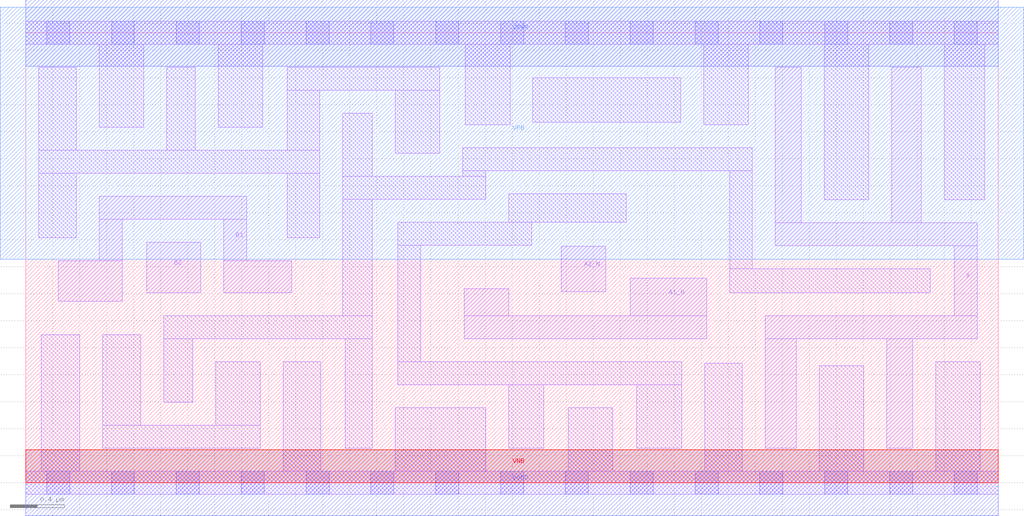
<source format=lef>
# Copyright 2020 The SkyWater PDK Authors
#
# Licensed under the Apache License, Version 2.0 (the "License");
# you may not use this file except in compliance with the License.
# You may obtain a copy of the License at
#
#     https://www.apache.org/licenses/LICENSE-2.0
#
# Unless required by applicable law or agreed to in writing, software
# distributed under the License is distributed on an "AS IS" BASIS,
# WITHOUT WARRANTIES OR CONDITIONS OF ANY KIND, either express or implied.
# See the License for the specific language governing permissions and
# limitations under the License.
#
# SPDX-License-Identifier: Apache-2.0

VERSION 5.7 ;
  NOWIREEXTENSIONATPIN ON ;
  DIVIDERCHAR "/" ;
  BUSBITCHARS "[]" ;
MACRO sky130_fd_sc_lp__a2bb2o_4
  CLASS CORE ;
  FOREIGN sky130_fd_sc_lp__a2bb2o_4 ;
  ORIGIN  0.000000  0.000000 ;
  SIZE  7.200000 BY  3.330000 ;
  SYMMETRY X Y R90 ;
  SITE unit ;
  PIN A1_N
    ANTENNAGATEAREA  0.630000 ;
    DIRECTION INPUT ;
    USE SIGNAL ;
    PORT
      LAYER li1 ;
        RECT 3.245000 1.065000 5.040000 1.235000 ;
        RECT 3.245000 1.235000 3.575000 1.435000 ;
        RECT 4.475000 1.235000 5.040000 1.515000 ;
    END
  END A1_N
  PIN A2_N
    ANTENNAGATEAREA  0.630000 ;
    DIRECTION INPUT ;
    USE SIGNAL ;
    PORT
      LAYER li1 ;
        RECT 3.965000 1.415000 4.295000 1.750000 ;
    END
  END A2_N
  PIN B1
    ANTENNAGATEAREA  0.630000 ;
    DIRECTION INPUT ;
    USE SIGNAL ;
    PORT
      LAYER li1 ;
        RECT 0.240000 1.345000 0.715000 1.645000 ;
        RECT 0.545000 1.645000 0.715000 1.950000 ;
        RECT 0.545000 1.950000 1.635000 2.120000 ;
        RECT 1.465000 1.405000 1.970000 1.645000 ;
        RECT 1.465000 1.645000 1.635000 1.950000 ;
    END
  END B1
  PIN B2
    ANTENNAGATEAREA  0.630000 ;
    DIRECTION INPUT ;
    USE SIGNAL ;
    PORT
      LAYER li1 ;
        RECT 0.895000 1.405000 1.295000 1.780000 ;
    END
  END B2
  PIN X
    ANTENNADIFFAREA  1.188600 ;
    DIRECTION OUTPUT ;
    USE SIGNAL ;
    PORT
      LAYER li1 ;
        RECT 5.475000 0.255000 5.705000 1.065000 ;
        RECT 5.475000 1.065000 7.045000 1.235000 ;
        RECT 5.550000 1.755000 7.045000 1.925000 ;
        RECT 5.550000 1.925000 5.740000 3.075000 ;
        RECT 6.375000 0.255000 6.565000 1.065000 ;
        RECT 6.410000 1.925000 6.630000 3.075000 ;
        RECT 6.875000 1.235000 7.045000 1.755000 ;
    END
  END X
  PIN VGND
    DIRECTION INOUT ;
    USE GROUND ;
    PORT
      LAYER met1 ;
        RECT 0.000000 -0.245000 7.200000 0.245000 ;
    END
  END VGND
  PIN VNB
    DIRECTION INOUT ;
    USE GROUND ;
    PORT
      LAYER pwell ;
        RECT 0.000000 0.000000 7.200000 0.245000 ;
    END
  END VNB
  PIN VPB
    DIRECTION INOUT ;
    USE POWER ;
    PORT
      LAYER nwell ;
        RECT -0.190000 1.655000 7.390000 3.520000 ;
    END
  END VPB
  PIN VPWR
    DIRECTION INOUT ;
    USE POWER ;
    PORT
      LAYER met1 ;
        RECT 0.000000 3.085000 7.200000 3.575000 ;
    END
  END VPWR
  OBS
    LAYER li1 ;
      RECT 0.000000 -0.085000 7.200000 0.085000 ;
      RECT 0.000000  3.245000 7.200000 3.415000 ;
      RECT 0.095000  1.815000 0.375000 2.290000 ;
      RECT 0.095000  2.290000 2.175000 2.460000 ;
      RECT 0.095000  2.460000 0.375000 3.075000 ;
      RECT 0.115000  0.085000 0.400000 1.095000 ;
      RECT 0.545000  2.630000 0.875000 3.245000 ;
      RECT 0.570000  0.255000 1.735000 0.425000 ;
      RECT 0.570000  0.425000 0.850000 1.095000 ;
      RECT 1.020000  0.595000 1.235000 1.065000 ;
      RECT 1.020000  1.065000 2.565000 1.235000 ;
      RECT 1.045000  2.460000 1.255000 3.075000 ;
      RECT 1.405000  0.425000 1.735000 0.895000 ;
      RECT 1.425000  2.630000 1.755000 3.245000 ;
      RECT 1.905000  0.085000 2.185000 0.895000 ;
      RECT 1.935000  1.815000 2.175000 2.290000 ;
      RECT 1.935000  2.460000 2.175000 2.905000 ;
      RECT 1.935000  2.905000 3.065000 3.075000 ;
      RECT 2.345000  1.235000 2.565000 2.100000 ;
      RECT 2.345000  2.100000 3.405000 2.270000 ;
      RECT 2.345000  2.270000 2.565000 2.735000 ;
      RECT 2.365000  0.255000 2.565000 1.065000 ;
      RECT 2.735000  0.085000 3.405000 0.555000 ;
      RECT 2.735000  2.440000 3.065000 2.905000 ;
      RECT 2.755000  0.725000 4.855000 0.895000 ;
      RECT 2.755000  0.895000 2.925000 1.760000 ;
      RECT 2.755000  1.760000 3.745000 1.930000 ;
      RECT 3.235000  2.270000 3.405000 2.310000 ;
      RECT 3.235000  2.310000 5.380000 2.480000 ;
      RECT 3.255000  2.650000 3.585000 3.245000 ;
      RECT 3.575000  0.255000 3.835000 0.725000 ;
      RECT 3.575000  1.930000 4.445000 2.140000 ;
      RECT 3.755000  2.670000 4.850000 3.000000 ;
      RECT 4.015000  0.085000 4.345000 0.555000 ;
      RECT 4.525000  0.255000 4.855000 0.725000 ;
      RECT 5.020000  2.650000 5.350000 3.245000 ;
      RECT 5.025000  0.085000 5.305000 0.885000 ;
      RECT 5.210000  1.405000 6.695000 1.585000 ;
      RECT 5.210000  1.585000 5.380000 2.310000 ;
      RECT 5.875000  0.085000 6.205000 0.865000 ;
      RECT 5.910000  2.095000 6.240000 3.245000 ;
      RECT 6.735000  0.085000 7.065000 0.895000 ;
      RECT 6.800000  2.095000 7.100000 3.245000 ;
    LAYER mcon ;
      RECT 0.155000 -0.085000 0.325000 0.085000 ;
      RECT 0.155000  3.245000 0.325000 3.415000 ;
      RECT 0.635000 -0.085000 0.805000 0.085000 ;
      RECT 0.635000  3.245000 0.805000 3.415000 ;
      RECT 1.115000 -0.085000 1.285000 0.085000 ;
      RECT 1.115000  3.245000 1.285000 3.415000 ;
      RECT 1.595000 -0.085000 1.765000 0.085000 ;
      RECT 1.595000  3.245000 1.765000 3.415000 ;
      RECT 2.075000 -0.085000 2.245000 0.085000 ;
      RECT 2.075000  3.245000 2.245000 3.415000 ;
      RECT 2.555000 -0.085000 2.725000 0.085000 ;
      RECT 2.555000  3.245000 2.725000 3.415000 ;
      RECT 3.035000 -0.085000 3.205000 0.085000 ;
      RECT 3.035000  3.245000 3.205000 3.415000 ;
      RECT 3.515000 -0.085000 3.685000 0.085000 ;
      RECT 3.515000  3.245000 3.685000 3.415000 ;
      RECT 3.995000 -0.085000 4.165000 0.085000 ;
      RECT 3.995000  3.245000 4.165000 3.415000 ;
      RECT 4.475000 -0.085000 4.645000 0.085000 ;
      RECT 4.475000  3.245000 4.645000 3.415000 ;
      RECT 4.955000 -0.085000 5.125000 0.085000 ;
      RECT 4.955000  3.245000 5.125000 3.415000 ;
      RECT 5.435000 -0.085000 5.605000 0.085000 ;
      RECT 5.435000  3.245000 5.605000 3.415000 ;
      RECT 5.915000 -0.085000 6.085000 0.085000 ;
      RECT 5.915000  3.245000 6.085000 3.415000 ;
      RECT 6.395000 -0.085000 6.565000 0.085000 ;
      RECT 6.395000  3.245000 6.565000 3.415000 ;
      RECT 6.875000 -0.085000 7.045000 0.085000 ;
      RECT 6.875000  3.245000 7.045000 3.415000 ;
  END
END sky130_fd_sc_lp__a2bb2o_4
END LIBRARY

</source>
